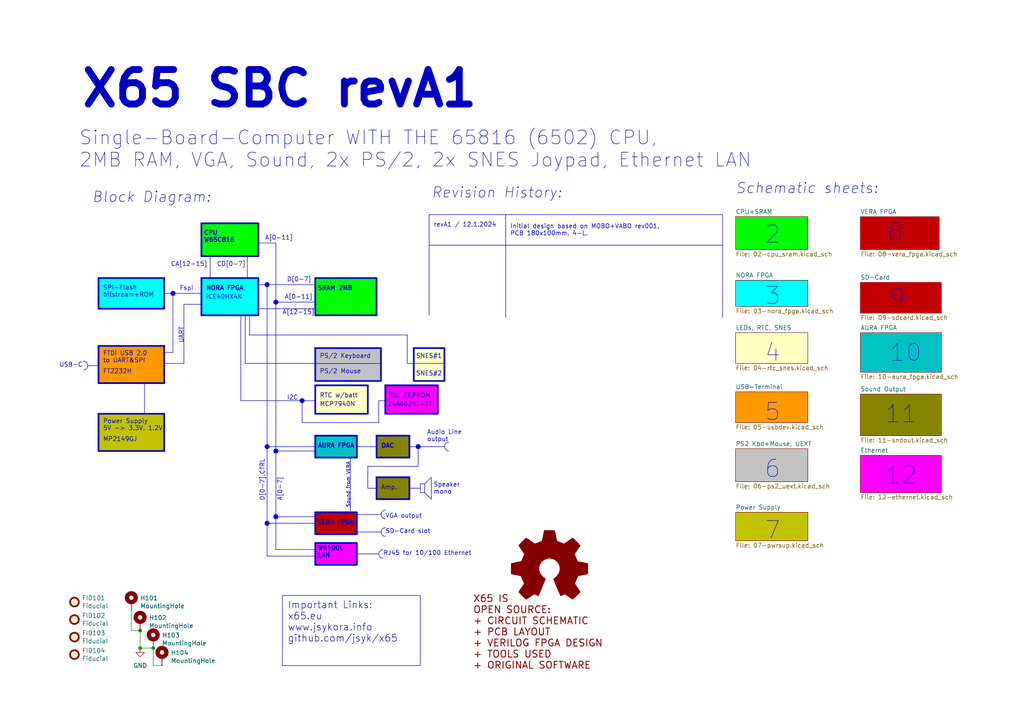
<source format=kicad_sch>
(kicad_sch (version 20230121) (generator eeschema)
  (paper "A4")
  (title_block (title "X65-SBC") (date "2024-01-10") (rev "revA1") (company "FOR X65.EU DESIGNED BY JSYKORA.INFO") (comment 1 "X65 Single Board Computer"))
  (lib_symbols
    (symbol "Graphic:Logo_Open_Hardware_Large" (in_bom no) (on_board no)
      (symbol "Logo_Open_Hardware_Large_1_1"
        (polyline (pts (xy 6.731 -8.7122) (xy 6.6294 -8.6614) (xy 6.35 -8.4836) (xy 5.9944 -8.255) (xy 5.5372 -7.9502) (xy 5.1054 -7.6454) (xy 4.7498 -7.4168) (xy 4.4958 -7.239) (xy 4.3942 -7.1882) (xy 4.318 -7.2136) (xy 4.1148 -7.3152) (xy 3.81 -7.4676) (xy 3.6322 -7.5692) (xy 3.3528 -7.6708) (xy 3.2258 -7.6962) (xy 3.2004 -7.6708) (xy 3.0988 -7.4676) (xy 2.9464 -7.0866) (xy 2.7178 -6.604) (xy 2.4892 -6.0452) (xy 2.2352 -5.4356) (xy 1.9558 -4.826) (xy 1.7272 -4.2164) (xy 1.4986 -3.683) (xy 1.3208 -3.2512) (xy 1.2192 -2.9464) (xy 1.1684 -2.8194) (xy 1.1938 -2.794) (xy 1.3208 -2.667) (xy 1.5748 -2.4892) (xy 2.0828 -2.0574) (xy 2.6162 -1.397) (xy 2.921 -0.6604) (xy 3.048 0.1524) (xy 2.9464 0.9144) (xy 2.6416 1.6256) (xy 2.1336 2.286) (xy 1.524 2.7686) (xy 0.8128 3.0734) (xy 0 3.175) (xy -0.762 3.0988) (xy -1.4986 2.794) (xy -2.159 2.286) (xy -2.4384 1.9812) (xy -2.8194 1.3208) (xy -3.048 0.6096) (xy -3.0734 0.4318) (xy -3.0226 -0.3556) (xy -2.794 -1.0922) (xy -2.3876 -1.7526) (xy -1.8288 -2.3114) (xy -1.7526 -2.3622) (xy -1.4732 -2.5654) (xy -1.2954 -2.6924) (xy -1.1684 -2.8194) (xy -2.159 -5.207) (xy -2.3114 -5.588) (xy -2.5908 -6.2484) (xy -2.8194 -6.8072) (xy -3.0226 -7.2644) (xy -3.1496 -7.5692) (xy -3.2258 -7.6708) (xy -3.2258 -7.6962) (xy -3.302 -7.6962) (xy -3.4798 -7.6454) (xy -3.8354 -7.4676) (xy -4.0386 -7.366) (xy -4.2926 -7.239) (xy -4.4196 -7.1882) (xy -4.5212 -7.239) (xy -4.7498 -7.3914) (xy -5.1054 -7.6454) (xy -5.5372 -7.9248) (xy -5.9436 -8.2042) (xy -6.3246 -8.4582) (xy -6.604 -8.636) (xy -6.731 -8.7122) (xy -6.7564 -8.7122) (xy -6.858 -8.636) (xy -7.0866 -8.4582) (xy -7.4168 -8.1534) (xy -7.874 -7.6962) (xy -7.9502 -7.62) (xy -8.3312 -7.239) (xy -8.636 -6.9088) (xy -8.8392 -6.6802) (xy -8.9154 -6.5786) (xy -8.9154 -6.5786) (xy -8.8392 -6.4516) (xy -8.6614 -6.1722) (xy -8.4328 -5.7912) (xy -8.128 -5.3594) (xy -7.3152 -4.191) (xy -7.7724 -3.0988) (xy -7.8994 -2.7686) (xy -8.0772 -2.3622) (xy -8.2042 -2.0828) (xy -8.255 -1.9558) (xy -8.382 -1.905) (xy -8.6614 -1.8542) (xy -9.0932 -1.7526) (xy -9.6266 -1.651) (xy -10.1092 -1.5748) (xy -10.541 -1.4732) (xy -10.8712 -1.4224) (xy -11.0236 -1.397) (xy -11.049 -1.3716) (xy -11.0744 -1.2954) (xy -11.0998 -1.143) (xy -11.0998 -0.889) (xy -11.1252 -0.4572) (xy -11.1252 0.1524) (xy -11.1252 0.2286) (xy -11.0998 0.8128) (xy -11.0998 1.27) (xy -11.0744 1.5494) (xy -11.0744 1.6764) (xy -11.0744 1.6764) (xy -10.922 1.7018) (xy -10.6172 1.778) (xy -10.16 1.8542) (xy -9.652 1.9558) (xy -9.6012 1.9812) (xy -9.0932 2.0828) (xy -8.636 2.159) (xy -8.3312 2.2352) (xy -8.2042 2.286) (xy -8.1788 2.3114) (xy -8.0772 2.5146) (xy -7.9248 2.8448) (xy -7.747 3.2512) (xy -7.5692 3.6576) (xy -7.4168 4.0386) (xy -7.3152 4.318) (xy -7.2898 4.445) (xy -7.2898 4.445) (xy -7.366 4.572) (xy -7.5438 4.826) (xy -7.7978 5.207) (xy -8.128 5.6642) (xy -8.128 5.6896) (xy -8.4328 6.1468) (xy -8.6868 6.5278) (xy -8.8392 6.7818) (xy -8.9154 6.9088) (xy -8.9154 6.9088) (xy -8.8138 7.0358) (xy -8.5852 7.2898) (xy -8.255 7.6454) (xy -7.874 8.0264) (xy -7.747 8.1534) (xy -7.3152 8.5852) (xy -7.0104 8.8646) (xy -6.8326 8.9916) (xy -6.731 9.0424) (xy -6.731 9.0424) (xy -6.604 8.9408) (xy -6.3246 8.763) (xy -5.9436 8.509) (xy -5.4864 8.2042) (xy -5.461 8.1788) (xy -5.0038 7.874) (xy -4.6482 7.62) (xy -4.3688 7.4422) (xy -4.2672 7.3914) (xy -4.2418 7.3914) (xy -4.064 7.4422) (xy -3.7338 7.5438) (xy -3.3528 7.6962) (xy -2.9464 7.874) (xy -2.5654 8.0264) (xy -2.286 8.1534) (xy -2.159 8.2296) (xy -2.159 8.2296) (xy -2.1082 8.382) (xy -2.032 8.7122) (xy -1.9304 9.1694) (xy -1.8288 9.7282) (xy -1.8034 9.8044) (xy -1.7018 10.3378) (xy -1.6256 10.7696) (xy -1.5748 11.0744) (xy -1.524 11.2014) (xy -1.4478 11.2268) (xy -1.1938 11.2522) (xy -0.8128 11.2522) (xy -0.3302 11.2522) (xy 0.1524 11.2522) (xy 0.6604 11.2522) (xy 1.0668 11.2268) (xy 1.3716 11.2014) (xy 1.4986 11.176) (xy 1.4986 11.176) (xy 1.5494 11.0236) (xy 1.6256 10.6934) (xy 1.7018 10.2108) (xy 1.8288 9.6774) (xy 1.8288 9.5758) (xy 1.9304 9.0424) (xy 2.032 8.6106) (xy 2.0828 8.3058) (xy 2.1336 8.2042) (xy 2.159 8.1788) (xy 2.3876 8.0772) (xy 2.7432 7.9248) (xy 3.175 7.747) (xy 4.191 7.3406) (xy 5.461 8.2042) (xy 5.5626 8.2804) (xy 6.0198 8.5852) (xy 6.3754 8.8392) (xy 6.6294 8.9916) (xy 6.7564 9.0424) (xy 6.7564 9.0424) (xy 6.8834 8.9408) (xy 7.1374 8.7122) (xy 7.4676 8.382) (xy 7.8486 7.9756) (xy 8.1534 7.6962) (xy 8.4836 7.3406) (xy 8.7122 7.112) (xy 8.8392 6.9596) (xy 8.8646 6.858) (xy 8.8646 6.8072) (xy 8.7884 6.6802) (xy 8.6106 6.4008) (xy 8.3312 6.0198) (xy 8.0264 5.588) (xy 7.7978 5.207) (xy 7.5184 4.8006) (xy 7.3406 4.4958) (xy 7.2898 4.3434) (xy 7.2898 4.2926) (xy 7.3914 4.0386) (xy 7.5184 3.683) (xy 7.7216 3.2258) (xy 8.1534 2.2352) (xy 8.7884 2.1082) (xy 9.1948 2.0574) (xy 9.7536 1.9304) (xy 10.2616 1.8288) (xy 11.0998 1.6764) (xy 11.1252 -1.3208) (xy 10.9982 -1.3716) (xy 10.8712 -1.397) (xy 10.5664 -1.4732) (xy 10.1346 -1.5494) (xy 9.6266 -1.651) (xy 9.1948 -1.7272) (xy 8.7376 -1.8288) (xy 8.4328 -1.8796) (xy 8.2804 -1.905) (xy 8.255 -1.9558) (xy 8.1534 -2.159) (xy 7.9756 -2.5146) (xy 7.8232 -2.921) (xy 7.6454 -3.3274) (xy 7.493 -3.7338) (xy 7.366 -4.0132) (xy 7.3406 -4.191) (xy 7.3914 -4.2926) (xy 7.5692 -4.5466) (xy 7.7978 -4.9276) (xy 8.1026 -5.3594) (xy 8.4074 -5.7912) (xy 8.6614 -6.1722) (xy 8.8138 -6.4262) (xy 8.89 -6.5532) (xy 8.8646 -6.6548) (xy 8.6868 -6.858) (xy 8.3566 -7.1882) (xy 7.874 -7.6708) (xy 7.7978 -7.747) (xy 7.3914 -8.128) (xy 7.0612 -8.4328) (xy 6.8326 -8.636) (xy 6.731 -8.7122)) (fill (type outline)))
      )
    )
    (symbol "Mechanical:Fiducial"
      (property "Reference" "FID" (at 0 5.08 0))
      (property "Value" "Fiducial" (at 0 3.175 0))
      (symbol "Fiducial_0_1"
        (circle (center 0 0) (radius 1.27) (stroke (width 0.508)) (fill (type background)))
      )
    )
    (symbol "Mechanical:MountingHole_Pad" (pin_numbers hide) (pin_names (offset 1.016) hide)
      (property "Reference" "H" (at 0 6.35 0))
      (property "Value" "MountingHole_Pad" (at 0 4.445 0))
      (symbol "MountingHole_Pad_0_1"
        (circle (center 0 1.27) (radius 1.27) (stroke (width 1.27)))
      )
      (symbol "MountingHole_Pad_1_1"
        (pin input line (at 0 -2.54 90) (length 2.54) (name "1") (number "1"))
      )
    )
    (symbol "power:GND" (power) (pin_names (offset 0))
      (property "Value" "GND" (at 0 -3.81 0))
      (symbol "GND_0_1"
        (polyline (pts (xy 0 0) (xy 0 -1.27) (xy 1.27 -1.27) (xy 0 -2.54) (xy -1.27 -1.27) (xy 0 -1.27)))
      )
      (symbol "GND_1_1"
        (pin power_in line (at 0 0 270) (length 0) hide (name "GND") (number "1"))
      )
    )
  )
  (junction (at 40.64 187.96))
  (junction (at 40.64 182.88))
  (junction (at 44.45 187.96))
  (polyline (pts (xy 80.01 87.63) (xy 91.44 87.63)) (stroke (width 0) (type solid)))
  (polyline (pts (xy 103.505 149.225) (xy 110.49 149.225)))
  (polyline (pts (xy 71.755 74.295) (xy 71.755 80.645)) (stroke (width 0) (type solid)))
  (polyline (pts (xy 91.44 149.86) (xy 91.44 149.225)) (stroke (width 0) (type solid)))
  (polyline (pts (xy 80.01 70.485) (xy 80.01 88.9)) (stroke (width 0) (type solid)))
  (polyline (pts (xy 53.34 105.41) (xy 53.34 88.265)) (stroke (width 0) (type solid)))
  (polyline (pts (xy 77.47 129.54) (xy 91.44 129.54)))
  (polyline (pts (xy 25.4 106.045) (xy 28.575 106.045)))
  (polyline (pts (xy 72.39 97.155) (xy 72.39 91.44)) (stroke (width 0) (type solid)))
  (polyline (pts (xy 53.34 88.265) (xy 58.42 88.265)) (stroke (width 0) (type solid)))
  (polyline (pts (xy 77.47 125.095) (xy 77.47 151.765)) (stroke (width 0) (type solid)))
  (polyline (pts (xy 124.46 62.23) (xy 209.55 62.23)))
  (polyline (pts (xy 80.01 122.555) (xy 80.01 149.86)) (stroke (width 0) (type solid)))
  (polyline (pts (xy 80.01 149.86) (xy 91.44 149.86)) (stroke (width 0) (type solid)))
  (polyline (pts (xy 69.85 91.44) (xy 69.85 116.205)) (stroke (width 0) (type solid)))
  (polyline (pts (xy 103.505 128.905) (xy 103.505 129.54)))
  (polyline (pts (xy 80.01 149.225) (xy 80.01 159.385)))
  (polyline (pts (xy 80.01 130.81) (xy 91.44 130.81)) (stroke (width 0) (type solid)))
  (polyline (pts (xy 91.44 105.41) (xy 110.49 105.41)))
  (polyline (pts (xy 77.47 82.55) (xy 77.47 125.095)) (stroke (width 0) (type solid)))
  (polyline (pts (xy 118.745 129.54) (xy 128.905 129.54)))
  (polyline (pts (xy 120.015 105.41) (xy 128.905 105.41)))
  (polyline (pts (xy 60.96 74.295) (xy 60.96 80.645)) (stroke (width 0) (type solid)))
  (polyline (pts (xy 74.93 70.485) (xy 80.01 70.485)) (stroke (width 0) (type solid)))
  (polyline (pts (xy 91.44 105.41) (xy 71.12 105.41)) (stroke (width 0) (type solid)))
  (polyline (pts (xy 123.19 140.335) (xy 125.095 138.43)))
  (polyline (pts (xy 101.6 132.715) (xy 100.965 132.715)))
  (polyline (pts (xy 109.855 116.205) (xy 111.76 116.205)) (stroke (width 0) (type solid)))
  (polyline (pts (xy 106.68 141.605) (xy 109.22 141.605)))
  (polyline (pts (xy 118.745 141.605) (xy 121.92 141.605)))
  (polyline (pts (xy 47.625 102.235) (xy 50.165 102.235)) (stroke (width 0) (type solid)))
  (polyline (pts (xy 47.625 105.41) (xy 53.34 105.41)) (stroke (width 0) (type solid)))
  (polyline (pts (xy 101.6 148.59) (xy 101.6 132.715)))
  (polyline (pts (xy 91.44 159.385) (xy 80.01 159.385)))
  (wire (pts (xy 40.64 182.88) (xy 40.64 187.96)))
  (wire (pts (xy 38.1 177.165) (xy 38.1 182.88)))
  (polyline (pts (xy 87.63 116.205) (xy 87.63 122.555)) (stroke (width 0) (type solid)))
  (polyline (pts (xy 74.93 89.535) (xy 91.44 89.535)) (stroke (width 0) (type solid)))
  (polyline (pts (xy 50.165 102.235) (xy 50.165 85.09)) (stroke (width 0) (type solid)))
  (polyline (pts (xy 71.12 105.41) (xy 71.12 91.44)) (stroke (width 0) (type solid)))
  (polyline (pts (xy 103.505 154.305) (xy 110.49 154.305)))
  (polyline (pts (xy 120.015 105.41) (xy 118.11 105.41)) (stroke (width 0) (type solid)))
  (wire (pts (xy 44.45 187.96) (xy 44.45 193.04)))
  (polyline (pts (xy 106.68 135.255) (xy 106.68 141.605)))
  (wire (pts (xy 40.64 187.96) (xy 44.45 187.96)))
  (polyline (pts (xy 109.855 122.555) (xy 109.855 116.205)) (stroke (width 0) (type solid)))
  (polyline (pts (xy 123.19 142.875) (xy 125.095 144.78)))
  (polyline (pts (xy 77.47 151.765) (xy 77.47 161.29)))
  (polyline (pts (xy 121.285 129.54) (xy 121.285 135.255)))
  (polyline (pts (xy 121.285 135.255) (xy 106.68 135.255)))
  (polyline (pts (xy 47.625 85.09) (xy 58.42 85.09)) (stroke (width 0) (type solid)))
  (polyline (pts (xy 80.01 88.9) (xy 80.01 122.555)) (stroke (width 0) (type solid)))
  (polyline (pts (xy 118.11 97.155) (xy 72.39 97.155)) (stroke (width 0) (type solid)))
  (polyline (pts (xy 41.91 111.125) (xy 41.91 120.015)) (stroke (width 0) (type solid)))
  (polyline (pts (xy 87.63 122.555) (xy 109.855 122.555)) (stroke (width 0) (type solid)))
  (polyline (pts (xy 125.095 138.43) (xy 125.095 144.78)))
  (polyline (pts (xy 74.93 82.55) (xy 91.44 82.55)) (stroke (width 0) (type solid)))
  (wire (pts (xy 44.45 193.04) (xy 46.99 193.04)))
  (polyline (pts (xy 118.11 105.41) (xy 118.11 97.155)) (stroke (width 0) (type solid)))
  (polyline (pts (xy 209.55 62.23) (xy 209.55 92.075)))
  (polyline (pts (xy 77.47 161.29) (xy 91.44 161.29)))
  (polyline (pts (xy 103.505 129.54) (xy 109.22 129.54)))
  (polyline (pts (xy 103.505 160.655) (xy 109.855 160.655)))
  (polyline (pts (xy 77.47 151.765) (xy 91.44 151.765)))
  (wire (pts (xy 38.1 182.88) (xy 40.64 182.88)))
  (polyline (pts (xy 124.46 71.12) (xy 209.55 71.12)))
  (polyline (pts (xy 146.685 62.23) (xy 146.685 92.075)))
  (polyline (pts (xy 91.44 116.205) (xy 69.85 116.205)) (stroke (width 0) (type solid)))
  (polyline (pts (xy 124.46 62.23) (xy 124.46 91.44)))
  (rectangle (start 91.44 126.365) (end 103.505 132.715) (stroke (width 0.5)) (fill (type color) (color 0 194 194 1)))
  (rectangle (start 109.22 126.365) (end 118.745 132.715) (stroke (width 0.5)) (fill (type color) (color 132 132 0 1)))
  (rectangle (start 91.44 148.59) (end 103.505 154.94) (stroke (width 0.5)) (fill (type color) (color 194 0 0 1)))
  (circle (center 77.47 82.55) (radius 0.635) (fill (type color) (color 0 0 255 1)))
  (circle (center 50.165 85.09) (radius 0.635) (fill (type color) (color 0 0 255 1)))
  (rectangle (start 58.42 80.645) (end 74.93 91.44) (stroke (width 0.5)) (fill (type color) (color 0 255 255 1)))
  (rectangle (start 91.44 100.965) (end 110.49 110.49) (stroke (width 0.5)) (fill (type color) (color 194 194 194 1)))
  (rectangle (start 91.44 80.645) (end 109.22 91.44) (stroke (width 0.5)) (fill (type color) (color 0 255 0 1)))
  (arc (start 130.175 130.81) (mid 128.9519 129.54) (end 130.175 128.27))
  (rectangle (start 91.44 157.48) (end 103.505 163.83) (stroke (width 0.5)) (fill (type color) (color 255 0 255 1)))
  (rectangle (start 58.42 64.77) (end 74.93 74.295) (stroke (width 0.5)) (fill (type color) (color 0 255 0 1)))
  (circle (center 77.47 129.54) (radius 0.635) (fill (type color) (color 0 0 255 1)))
  (rectangle (start 28.575 120.015) (end 47.625 130.81) (stroke (width 0.5)) (fill (type color) (color 194 194 0 1)))
  (rectangle (start 109.22 138.43) (end 118.745 144.78) (stroke (width 0.5)) (fill (type color) (color 132 132 0 1)))
  (circle (center 77.47 151.765) (radius 0.635) (fill (type color) (color 0 0 255 1)))
  (rectangle (start 111.76 111.76) (end 127 120.015) (stroke (width 0.5)) (fill (type color) (color 255 0 255 1)))
  (rectangle (start 121.92 140.335) (end 123.19 142.875))
  (circle (center 87.63 116.205) (radius 0.635) (fill (type color) (color 0 0 255 1)))
  (circle (center 80.01 149.86) (radius 0.635) (fill (type color) (color 0 0 255 1)))
  (rectangle (start 28.575 100.33) (end 47.625 111.125) (stroke (width 0.5)) (fill (type color) (color 255 153 0 1)))
  (arc (start 24.2256 104.775) (mid 25.4487 106.045) (end 24.2256 107.315))
  (arc (start 111.76 150.495) (mid 110.5369 149.225) (end 111.76 147.955))
  (rectangle (start 120.015 100.965) (end 128.905 110.49) (stroke (width 0.5)) (fill (type color) (color 255 255 194 1)))
  (circle (center 80.01 130.81) (radius 0.635) (fill (type color) (color 0 0 255 1)))
  (rectangle (start 91.44 111.76) (end 106.68 120.015) (stroke (width 0.5)) (fill (type color) (color 255 255 194 1)))
  (rectangle (start 28.575 80.645) (end 47.625 89.535) (stroke (width 0.5)) (fill (type color) (color 0 255 255 1)))
  (circle (center 80.01 87.63) (radius 0.635) (fill (type color) (color 0 0 255 1)))
  (arc (start 111.76 155.575) (mid 110.5369 154.305) (end 111.76 153.035))
  (circle (center 121.285 129.54) (radius 0.635) (fill (type color) (color 0 0 255 1)))
  (arc (start 111.125 161.925) (mid 109.9019 160.655) (end 111.125 159.385))
  (text_box "Important Links:\nx65.eu\nwww.jsykora.info\ngithub.com/jsyk/x65" (at 81.915 172.72 0) (size 40.005 20.32) (effects (font (size 2 2)) (justify left top)))
  (text "Amp." (at 110.49 142.24 0) (effects (font (size 1.27 1.27)) (justify left bottom)))
  (text "Block Diagram:" (at 26.67 59.055 0) (effects (font (size 3 3) italic) (justify left bottom)))
  (text "11" (at 256.54 123.19 0) (effects (font (size 5 5)) (justify left bottom)))
  (text "Initial design based on MOBO+VABO rev001. \nPCB 180x100mm, 4-L.\n" (at 147.955 68.58 0) (effects (font (size 1.27 1.27)) (justify left bottom)))
  (text "Schematic sheets:" (at 213.36 56.515 0) (effects (font (size 3 3) italic) (justify left bottom)))
  (text "MCP7940N" (at 92.71 118.11 0) (effects (font (size 1.27 1.27)) (justify left bottom)))
  (text "CA[12-15]" (at 49.53 77.47 0) (effects (font (size 1.27 1.27)) (justify left bottom)))
  (text "RJ45 for 10/100 Ethernet" (at 111.125 161.29 0) (effects (font (size 1.27 1.27)) (justify left bottom)))
  (text "CPU\nW65C816" (at 59.055 70.485 0) (effects (font (size 1.27 1.27) (thickness 0.254) bold) (justify left bottom)))
  (text "A[12-15]" (at 81.915 91.44 0) (effects (font (size 1.27 1.27)) (justify left bottom)))
  (text "Single-Board-Computer WITH THE 65816 (6502) CPU,\n2MB RAM, VGA, Sound, 2x PS/2, 2x SNES Joypad, Ethernet LAN" (at 22.86 48.895 0) (effects (font (size 4 4)) (justify left bottom)))
  (text "8" (at 257.175 70.485 0) (effects (font (size 5 5)) (justify left bottom)))
  (text "A[0-11]" (at 76.835 69.85 0) (effects (font (size 1.27 1.27)) (justify left bottom)))
  (text "CD[0-7]" (at 62.865 77.47 0) (effects (font (size 1.27 1.27)) (justify left bottom)))
  (text "W6100L\nLAN" (at 92.075 161.925 0) (effects (font (size 1.27 1.27) (thickness 0.254) bold) (justify left bottom)))
  (text "SNES#2" (at 120.65 109.22 0) (effects (font (size 1.27 1.27)) (justify left bottom)))
  (text "Sound from VERA" (at 101.6 147.32 90) (effects (font (size 1 1)) (justify left bottom)))
  (text "FT2232H" (at 29.845 108.585 0) (effects (font (size 1.27 1.27)) (justify left bottom)))
  (text "NORA FPGA" (at 59.69 84.455 0) (effects (font (size 1.27 1.27) (thickness 0.254) bold) (justify left bottom)))
  (text "Fspi" (at 52.07 84.455 0) (effects (font (size 1.27 1.27)) (justify left bottom)))
  (text "9" (at 257.81 89.535 0) (effects (font (size 5 5)) (justify left bottom)))
  (text "X65 SBC revA1" (at 22.86 31.75 0) (effects (font (size 10 10) (thickness 2) bold) (justify left bottom)))
  (text "SD-Card slot" (at 111.76 154.94 0) (effects (font (size 1.27 1.27)) (justify left bottom)))
  (text "Revision History:" (at 125.095 57.785 0) (effects (font (size 3 3) italic) (justify left bottom)))
  (text "10" (at 257.81 105.41 0) (effects (font (size 5 5)) (justify left bottom)))
  (text "12" (at 256.54 140.97 0) (effects (font (size 5 5)) (justify left bottom)))
  (text "EUI EEPROM\n" (at 113.03 115.57 0) (effects (font (size 1.27 1.27)) (justify left bottom)))
  (text "PS/2 Keyboard" (at 92.71 104.14 0) (effects (font (size 1.27 1.27)) (justify left bottom)))
  (text "revA1 / 12.1.2024" (at 125.73 66.04 0) (effects (font (size 1.27 1.27)) (justify left bottom)))
  (text "2" (at 221.615 71.12 0) (effects (font (size 5 5)) (justify left bottom)))
  (text "VERA FPGA" (at 92.075 152.4 0) (effects (font (size 1.27 1.27) (thickness 0.254) bold) (justify left bottom)))
  (text "DAC" (at 110.49 130.175 0) (effects (font (size 1.27 1.27) (thickness 0.254) bold) (justify left bottom)))
  (text "I2C" (at 83.185 116.205 0) (effects (font (size 1.27 1.27)) (justify left bottom)))
  (text "4" (at 221.615 105.41 0) (effects (font (size 5 5)) (justify left bottom)))
  (text "Speaker\nmono" (at 125.73 143.51 0) (effects (font (size 1.27 1.27)) (justify left bottom)))
  (text "UART" (at 53.34 99.695 90) (effects (font (size 1.27 1.27)) (justify left bottom)))
  (text "iCE40HX4K" (at 59.69 86.995 0) (effects (font (size 1.27 1.27)) (justify left bottom)))
  (text "VGA output" (at 111.76 150.495 0) (effects (font (size 1.27 1.27)) (justify left bottom)))
  (text "Power Supply\n5V -> 3.3V, 1.2V" (at 29.845 125.095 0) (effects (font (size 1.27 1.27)) (justify left bottom)))
  (text "SPI-Flash\nbitstream+ROM" (at 29.845 86.36 0) (effects (font (size 1.27 1.27)) (justify left bottom)))
  (text "6" (at 221.615 139.065 0) (effects (font (size 5 5)) (justify left bottom)))
  (text "X65 IS\nOPEN SOURCE:\n+ CIRCUIT SCHEMATIC\n+ PCB LAYOUT\n+ VERILOG FPGA DESIGN\n+ TOOLS USED\n+ ORIGINAL SOFTWARE" (at 137.16 194.31 0) (effects (font (size 2 2) (thickness 0.254) bold) (justify left bottom)))
  (text "MP2149GJ" (at 29.845 128.27 0) (effects (font (size 1.27 1.27)) (justify left bottom)))
  (text "RTC w/batt\n" (at 92.71 115.57 0) (effects (font (size 1.27 1.27)) (justify left bottom)))
  (text "7" (at 221.615 156.845 0) (effects (font (size 5 5)) (justify left bottom)))
  (text "USB-C" (at 17.145 106.68 0) (effects (font (size 1.27 1.27)) (justify left bottom)))
  (text "5" (at 221.615 122.555 0) (effects (font (size 5 5)) (justify left bottom)))
  (text "FTDI USB 2.0\nto UART&SPI" (at 29.845 105.41 0) (effects (font (size 1.27 1.27)) (justify left bottom)))
  (text "PS/2 Mouse" (at 92.71 108.585 0) (effects (font (size 1.27 1.27)) (justify left bottom)))
  (text "24AA025E48T" (at 112.395 118.11 0) (effects (font (size 1.27 1.27)) (justify left bottom)))
  (text "A[0-11]" (at 82.55 86.995 0) (effects (font (size 1.27 1.27)) (justify left bottom)))
  (text "3" (at 221.615 88.9 0) (effects (font (size 5 5)) (justify left bottom)))
  (text "SNES#1" (at 120.65 104.14 0) (effects (font (size 1.27 1.27)) (justify left bottom)))
  (text "A[0-7]" (at 81.915 145.415 90) (effects (font (size 1.27 1.27)) (justify left bottom)))
  (text "D[0-7]" (at 83.185 81.915 0) (effects (font (size 1.27 1.27)) (justify left bottom)))
  (text "SRAM 2MB" (at 92.075 84.455 0) (effects (font (size 1.27 1.27) (thickness 0.254) bold) (justify left bottom)))
  (text "D[0-7],CTRL" (at 76.835 145.415 90) (effects (font (size 1.27 1.27)) (justify left bottom)))
  (text "Audio Line\noutput" (at 123.825 128.27 0) (effects (font (size 1.27 1.27)) (justify left bottom)))
  (text "AURA FPGA" (at 92.075 130.175 0) (effects (font (size 1.27 1.27) (thickness 0.254) bold) (justify left bottom)))
  (symbol (lib_id "Mechanical:Fiducial") (at 21.59 184.785 0) (unit 1) (in_bom no)
    (property "Reference" "FID103" (at 23.749 183.6166 0) (effects (justify left)))
    (property "Value" "Fiducial" (at 23.749 185.928 0) (effects (justify left)))
    (property "Footprint" "Fiducial:Fiducial_1mm_Mask2mm" (effects hide))
  )
  (symbol (lib_id "Mechanical:MountingHole_Pad") (at 46.99 190.5 0) (unit 1) (in_bom no)
    (property "Reference" "H104" (at 49.53 189.3316 0) (effects (justify left)))
    (property "Value" "MountingHole" (at 49.53 191.643 0) (effects (justify left)))
    (property "Footprint" "MountingHole:MountingHole_3.2mm_M3_Pad" (effects hide))
  )
  (symbol (lib_id "Mechanical:MountingHole_Pad") (at 44.45 185.42 0) (unit 1) (in_bom no)
    (property "Reference" "H103" (at 46.99 184.2516 0) (effects (justify left)))
    (property "Value" "MountingHole" (at 46.99 186.563 0) (effects (justify left)))
    (property "Footprint" "MountingHole:MountingHole_3.2mm_M3_Pad" (effects hide))
  )
  (symbol (lib_id "Mechanical:Fiducial") (at 21.59 179.705 0) (unit 1) (in_bom no)
    (property "Reference" "FID102" (at 23.749 178.5366 0) (effects (justify left)))
    (property "Value" "Fiducial" (at 23.749 180.848 0) (effects (justify left)))
    (property "Footprint" "Fiducial:Fiducial_1mm_Mask2mm" (effects hide))
  )
  (symbol (lib_id "Mechanical:MountingHole_Pad") (at 38.1 174.625 0) (unit 1) (in_bom no)
    (property "Reference" "H101" (at 40.64 173.4566 0) (effects (justify left)))
    (property "Value" "MountingHole" (at 40.64 175.768 0) (effects (justify left)))
    (property "Footprint" "MountingHole:MountingHole_3.2mm_M3_Pad" (effects hide))
  )
  (symbol (lib_id "Mechanical:Fiducial") (at 21.59 174.625 0) (unit 1) (in_bom no)
    (property "Reference" "FID101" (at 23.749 173.4566 0) (effects (justify left)))
    (property "Value" "Fiducial" (at 23.749 175.768 0) (effects (justify left)))
    (property "Footprint" "Fiducial:Fiducial_1mm_Mask2mm" (effects hide))
  )
  (symbol (lib_id "Mechanical:Fiducial") (at 21.59 189.865 0) (unit 1) (in_bom no)
    (property "Reference" "FID104" (at 23.749 188.6966 0) (effects (justify left)))
    (property "Value" "Fiducial" (at 23.749 191.008 0) (effects (justify left)))
    (property "Footprint" "Fiducial:Fiducial_1mm_Mask2mm" (effects hide))
  )
  (symbol (lib_id "power:GND") (at 40.64 187.96 0) (unit 1)
    (property "Reference" "#PWR01" (effects hide))
    (property "Value" "GND" (at 40.64 193.04 0))
  )
  (symbol (lib_id "Mechanical:MountingHole_Pad") (at 40.64 180.34 0) (unit 1) (in_bom no)
    (property "Reference" "H102" (at 43.18 179.1716 0) (effects (justify left)))
    (property "Value" "MountingHole" (at 43.18 181.483 0) (effects (justify left)))
    (property "Footprint" "MountingHole:MountingHole_3.2mm_M3_Pad" (effects hide))
  )
  (symbol (lib_id "Graphic:Logo_Open_Hardware_Large") (at 159.385 165.1 0) (unit 1) (in_bom no)
    (property "Reference" "SYM101" (effects hide))
    (property "Value" "Logo_Open_Hardware_Large" (effects hide))
    (property "Footprint" "Symbol:OSHW-Logo2_7.3x6mm_SilkScreen" (effects hide))
    (property "Sim.Enable" "0" (effects hide))
  )
  (sheet (at 249.555 81.915) (size 23.495 8.89) (stroke (width 0.1524)) (fill (color 194 0 0 1.0000))
    (property "Sheetname" "SD-Card" (at 249.555 81.2034 0) (effects (justify left bottom)))
    (property "Sheetfile" "09-sdcard.kicad_sch" (at 249.555 91.3896 0) (effects (justify left top)))
  )
  (sheet (at 249.555 132.08) (size 23.495 10.795) (stroke (width 0.1524)) (fill (color 255 0 255 1.0000))
    (property "Sheetname" "Ethernet" (at 249.555 131.3684 0) (effects (justify left bottom)))
    (property "Sheetfile" "12-ethernet.kicad_sch" (at 249.555 143.4596 0) (effects (justify left top)))
  )
  (sheet (at 213.36 81.28) (size 20.955 7.62) (stroke (width 0.1524)) (fill (color 0 255 255 1.0000))
    (property "Sheetname" "NORA FPGA" (at 213.36 80.5684 0) (effects (justify left bottom)))
    (property "Sheetfile" "03-nora_fpga.kicad_sch" (at 213.36 89.4846 0) (effects (justify left top)))
  )
  (sheet (at 249.555 96.52) (size 23.495 11.43) (stroke (width 0.1524)) (fill (color 0 194 194 1.0000))
    (property "Sheetname" "AURA FPGA" (at 249.555 95.8084 0) (effects (justify left bottom)))
    (property "Sheetfile" "10-aura_fpga.kicad_sch" (at 249.555 108.5346 0) (effects (justify left top)))
  )
  (sheet (at 213.36 113.665) (size 20.955 8.89) (stroke (width 0.1524)) (fill (color 255 153 0 1.0000))
    (property "Sheetname" "USB-Terminal" (at 213.36 112.9534 0) (effects (justify left bottom)))
    (property "Sheetfile" "05-usbdev.kicad_sch" (at 213.36 123.1396 0) (effects (justify left top)))
  )
  (sheet (at 249.555 114.3) (size 23.495 12.065) (stroke (width 0.1524)) (fill (color 132 132 0 1.0000))
    (property "Sheetname" "Sound Output" (at 249.555 113.5884 0) (effects (justify left bottom)))
    (property "Sheetfile" "11-sndout.kicad_sch" (at 249.555 126.9496 0) (effects (justify left top)))
  )
  (sheet (at 213.36 130.175) (size 20.955 9.525) (stroke (width 0.1524)) (fill (color 194 194 194 1.0000))
    (property "Sheetname" "PS2 Kbd+Mouse, UEXT" (at 213.36 129.4634 0) (effects (justify left bottom)))
    (property "Sheetfile" "06-ps2_uext.kicad_sch" (at 213.36 140.2846 0) (effects (justify left top)))
  )
  (sheet (at 213.36 62.865) (size 20.955 9.525) (stroke (width 0.1524)) (fill (color 0 255 0 1.0000))
    (property "Sheetname" "CPU+SRAM" (at 213.36 62.1534 0) (effects (justify left bottom)))
    (property "Sheetfile" "02-cpu_sram.kicad_sch" (at 213.36 72.9746 0) (effects (justify left top)))
  )
  (sheet (at 213.36 96.52) (size 20.955 8.89) (stroke (width 0.1524)) (fill (color 255 255 194 1.0000))
    (property "Sheetname" "LEDs, RTC, SNES" (at 213.36 95.8084 0) (effects (justify left bottom)))
    (property "Sheetfile" "04-rtc_snes.kicad_sch" (at 213.36 105.9946 0) (effects (justify left top)))
  )
  (sheet (at 213.36 148.59) (size 20.955 8.255) (stroke (width 0.1524)) (fill (color 194 194 0 1.0000))
    (property "Sheetname" "Power Supply" (at 213.36 147.8784 0) (effects (justify left bottom)))
    (property "Sheetfile" "07-pwrsup.kicad_sch" (at 213.36 157.4296 0) (effects (justify left top)))
  )
  (sheet (at 249.555 62.865) (size 22.86 9.525) (stroke (width 0.1524)) (fill (color 194 0 0 1.0000))
    (property "Sheetname" "VERA FPGA" (at 249.555 62.1534 0) (effects (justify left bottom)))
    (property "Sheetfile" "08-vera_fpga.kicad_sch" (at 249.555 72.9746 0) (effects (justify left top)))
  )
)
</source>
